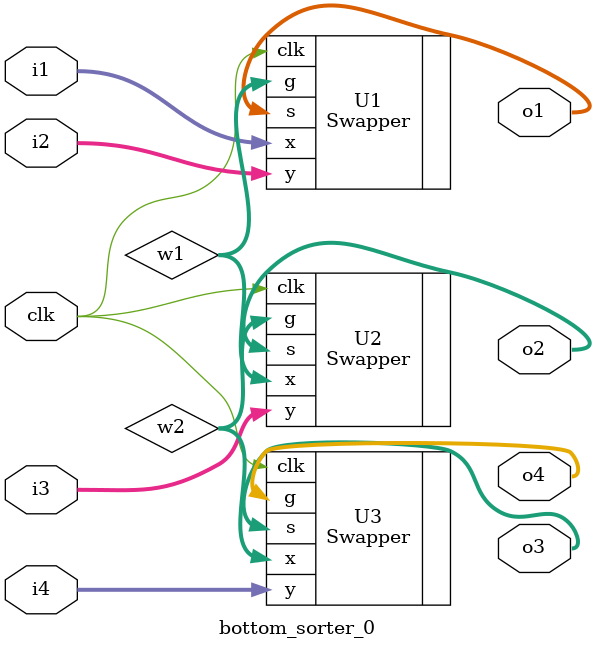
<source format=v>
`timescale 1ns / 1ps

module bottom_sorter_0
	#(parameter N = 8)
	(
		input wire clk,
		input wire signed [N-1:0] i1, i2, i3, i4,
		output wire signed [N-1:0] o1, o2, o3, o4 
    );
	
	wire signed [N-1:0] w1,w2;
		 
	 Swapper #(.N(N)) U1
	(
		.clk(clk),
		.x(i1),.y(i2),
		.s(o1),.g(w1)
    );
	 
	 Swapper #(.N(N)) U2
	(
		.clk(clk),
		.x(w1),.y(i3),
		.s(o2),.g(w2)
    );

	Swapper #(.N(N)) U3
	(
		.clk(clk),
		.x(w2),.y(i4),
		.s(o3),.g(o4)
    );
	 	 
endmodule

</source>
